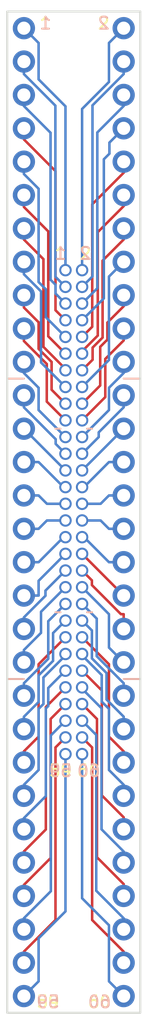
<source format=kicad_pcb>
(kicad_pcb (version 20171130) (host pcbnew "(5.1.6)-1")

  (general
    (thickness 1.6)
    (drawings 53)
    (tracks 293)
    (zones 0)
    (modules 4)
    (nets 61)
  )

  (page A4)
  (layers
    (0 F.Cu signal)
    (31 B.Cu signal)
    (32 B.Adhes user)
    (33 F.Adhes user)
    (34 B.Paste user)
    (35 F.Paste user)
    (36 B.SilkS user)
    (37 F.SilkS user)
    (38 B.Mask user)
    (39 F.Mask user)
    (40 Dwgs.User user hide)
    (41 Cmts.User user hide)
    (42 Eco1.User user)
    (43 Eco2.User user)
    (44 Edge.Cuts user)
    (45 Margin user)
    (46 B.CrtYd user)
    (47 F.CrtYd user hide)
    (48 B.Fab user)
    (49 F.Fab user hide)
  )

  (setup
    (last_trace_width 0.1905)
    (trace_clearance 0.1778)
    (zone_clearance 0.1524)
    (zone_45_only no)
    (trace_min 0.152654)
    (via_size 1)
    (via_drill 0.5)
    (via_min_size 0.4)
    (via_min_drill 0.3)
    (uvia_size 0.3)
    (uvia_drill 0.1)
    (uvias_allowed no)
    (uvia_min_size 0.2)
    (uvia_min_drill 0.1)
    (edge_width 0.15)
    (segment_width 0.15)
    (pcb_text_width 0.3)
    (pcb_text_size 1.5 1.5)
    (mod_edge_width 0.15)
    (mod_text_size 1 1)
    (mod_text_width 0.15)
    (pad_size 1.7 1.7)
    (pad_drill 1)
    (pad_to_mask_clearance 0.2)
    (aux_axis_origin 0 0)
    (grid_origin 50 150)
    (visible_elements 7FFFFF7F)
    (pcbplotparams
      (layerselection 0x010f0_ffffffff)
      (usegerberextensions true)
      (usegerberattributes false)
      (usegerberadvancedattributes false)
      (creategerberjobfile false)
      (excludeedgelayer true)
      (linewidth 0.100000)
      (plotframeref false)
      (viasonmask false)
      (mode 1)
      (useauxorigin false)
      (hpglpennumber 1)
      (hpglpenspeed 20)
      (hpglpendiameter 15.000000)
      (psnegative false)
      (psa4output false)
      (plotreference true)
      (plotvalue true)
      (plotinvisibletext false)
      (padsonsilk false)
      (subtractmaskfromsilk true)
      (outputformat 1)
      (mirror false)
      (drillshape 0)
      (scaleselection 1)
      (outputdirectory "gerber/"))
  )

  (net 0 "")
  (net 1 /1)
  (net 2 /2)
  (net 3 /3)
  (net 4 /4)
  (net 5 /5)
  (net 6 /6)
  (net 7 /7)
  (net 8 /8)
  (net 9 /9)
  (net 10 /10)
  (net 11 /11)
  (net 12 /12)
  (net 13 /13)
  (net 14 /14)
  (net 15 /15)
  (net 16 /16)
  (net 17 /17)
  (net 18 /18)
  (net 19 /19)
  (net 20 /20)
  (net 21 /21)
  (net 22 /22)
  (net 23 /23)
  (net 24 /24)
  (net 25 /25)
  (net 26 /26)
  (net 27 /27)
  (net 28 /28)
  (net 29 /29)
  (net 30 /30)
  (net 31 /31)
  (net 32 /32)
  (net 33 /33)
  (net 34 /34)
  (net 35 /35)
  (net 36 /36)
  (net 37 /37)
  (net 38 /38)
  (net 39 /39)
  (net 40 /40)
  (net 41 /41)
  (net 42 /42)
  (net 43 /43)
  (net 44 /44)
  (net 45 /45)
  (net 46 /46)
  (net 47 /47)
  (net 48 /48)
  (net 49 /49)
  (net 50 /50)
  (net 51 /51)
  (net 52 /52)
  (net 53 /53)
  (net 54 /54)
  (net 55 /55)
  (net 56 /56)
  (net 57 /57)
  (net 58 /58)
  (net 59 /59)
  (net 60 /60)

  (net_class Default "これはデフォルトのネット クラスです。"
    (clearance 0.1778)
    (trace_width 0.1905)
    (via_dia 1)
    (via_drill 0.5)
    (uvia_dia 0.3)
    (uvia_drill 0.1)
    (add_net /1)
    (add_net /10)
    (add_net /11)
    (add_net /12)
    (add_net /13)
    (add_net /14)
    (add_net /15)
    (add_net /16)
    (add_net /17)
    (add_net /18)
    (add_net /19)
    (add_net /2)
    (add_net /20)
    (add_net /21)
    (add_net /22)
    (add_net /23)
    (add_net /24)
    (add_net /25)
    (add_net /26)
    (add_net /27)
    (add_net /28)
    (add_net /29)
    (add_net /3)
    (add_net /30)
    (add_net /31)
    (add_net /32)
    (add_net /33)
    (add_net /34)
    (add_net /35)
    (add_net /36)
    (add_net /37)
    (add_net /38)
    (add_net /39)
    (add_net /4)
    (add_net /40)
    (add_net /41)
    (add_net /42)
    (add_net /43)
    (add_net /44)
    (add_net /45)
    (add_net /46)
    (add_net /47)
    (add_net /48)
    (add_net /49)
    (add_net /5)
    (add_net /50)
    (add_net /51)
    (add_net /52)
    (add_net /53)
    (add_net /54)
    (add_net /55)
    (add_net /56)
    (add_net /57)
    (add_net /58)
    (add_net /59)
    (add_net /6)
    (add_net /60)
    (add_net /7)
    (add_net /8)
    (add_net /9)
  )

  (module MountingHole:MountingHole_3.2mm_M3 (layer F.Cu) (tedit 5F328193) (tstamp 5F2C0D95)
    (at 50 114.5)
    (descr "Mounting Hole 3.2mm, no annular, M3")
    (tags "mounting hole 3.2mm no annular m3")
    (path /5F2CEB81)
    (attr virtual)
    (fp_text reference H1 (at 0 -4.2) (layer F.SilkS) hide
      (effects (font (size 1 1) (thickness 0.15)))
    )
    (fp_text value MountingHole (at 0 4.2) (layer F.Fab) hide
      (effects (font (size 1 1) (thickness 0.15)))
    )
    (fp_circle (center 0 0) (end 3.45 0) (layer F.CrtYd) (width 0.05))
    (fp_circle (center 0 0) (end 3.2 0) (layer Cmts.User) (width 0.15))
    (fp_text user %R (at 0.3 0) (layer F.Fab)
      (effects (font (size 1 1) (thickness 0.15)))
    )
    (pad "" np_thru_hole circle (at 0 0.5) (size 3.2 3.2) (drill 3.2) (layers *.Cu *.Mask))
  )

  (module MountingHole:MountingHole_3.2mm_M3 (layer F.Cu) (tedit 5F3281A7) (tstamp 5F2C0D9D)
    (at 50 185.5)
    (descr "Mounting Hole 3.2mm, no annular, M3")
    (tags "mounting hole 3.2mm no annular m3")
    (path /5F2CF0EA)
    (attr virtual)
    (fp_text reference H2 (at 0 -4.2) (layer F.SilkS) hide
      (effects (font (size 1 1) (thickness 0.15)))
    )
    (fp_text value MountingHole (at 0 4.2) (layer F.Fab) hide
      (effects (font (size 1 1) (thickness 0.15)))
    )
    (fp_circle (center 0 0) (end 3.2 0) (layer Cmts.User) (width 0.15))
    (fp_circle (center 0 0) (end 3.45 0) (layer F.CrtYd) (width 0.05))
    (fp_text user %R (at 0.3 0) (layer F.Fab)
      (effects (font (size 1 1) (thickness 0.15)))
    )
    (pad "" np_thru_hole circle (at 0 -0.5) (size 3.2 3.2) (drill 3.2) (layers *.Cu *.Mask))
  )

  (module user:USER_DIL30X2_300milWidth_NoSilk (layer F.Cu) (tedit 5F328415) (tstamp 5F2C0DEF)
    (at 50 150)
    (path /5F2CE3C1)
    (fp_text reference J2 (at 0 -39.16) (layer F.SilkS) hide
      (effects (font (size 1 1) (thickness 0.15)))
    )
    (fp_text value 2.54_2x30P (at 0 39.16) (layer F.Fab) hide
      (effects (font (size 1 1) (thickness 0.15)))
    )
    (fp_line (start -3.81 -38.1) (end 5.04 -38.1) (layer F.Fab) (width 0.1))
    (fp_line (start 5.04 -38.1) (end 5.04 38.1) (layer F.Fab) (width 0.1))
    (fp_line (start 5.04 38.1) (end -5.08 38.1) (layer F.Fab) (width 0.1))
    (fp_line (start -5.08 38.1) (end -5.08 -36.83) (layer F.Fab) (width 0.1))
    (fp_line (start -5.08 -36.83) (end -3.81 -38.1) (layer F.Fab) (width 0.1))
    (fp_line (start -5.14 38.16) (end 5.14 38.16) (layer Dwgs.User) (width 0.12))
    (fp_line (start -5.14 -35.56) (end -5.14 38.16) (layer Dwgs.User) (width 0.12))
    (fp_line (start 5.14 -38.16) (end 5.14 38.16) (layer Dwgs.User) (width 0.12))
    (fp_line (start -5.14 -35.56) (end -2.54 -35.56) (layer Dwgs.User) (width 0.12))
    (fp_line (start -2.54 -35.56) (end -2.54 -38.16) (layer Dwgs.User) (width 0.12))
    (fp_line (start -2.54 -38.16) (end 5.14 -38.16) (layer Dwgs.User) (width 0.12))
    (fp_line (start -5.14 -36.83) (end -5.14 -38.16) (layer Dwgs.User) (width 0.12))
    (fp_line (start -5.14 -38.16) (end -3.81 -38.16) (layer Dwgs.User) (width 0.12))
    (fp_line (start -5.61 -38.63) (end -5.61 38.62) (layer F.CrtYd) (width 0.05))
    (fp_line (start -5.61 38.62) (end 5.58 38.62) (layer F.CrtYd) (width 0.05))
    (fp_line (start 5.58 38.62) (end 5.58 -38.63) (layer F.CrtYd) (width 0.05))
    (fp_line (start 5.58 -38.63) (end -5.61 -38.63) (layer F.CrtYd) (width 0.05))
    (fp_text user %R (at 0 0 90) (layer F.Fab)
      (effects (font (size 1 1) (thickness 0.15)))
    )
    (pad 1 thru_hole circle (at -3.81 -36.83) (size 1.7 1.7) (drill 1) (layers *.Cu *.Mask)
      (net 1 /1))
    (pad 2 thru_hole circle (at 3.81 -36.83) (size 1.7 1.7) (drill 1) (layers *.Cu *.Mask)
      (net 2 /2))
    (pad 3 thru_hole oval (at -3.81 -34.29) (size 1.7 1.7) (drill 1) (layers *.Cu *.Mask)
      (net 3 /3))
    (pad 4 thru_hole oval (at 3.81 -34.29) (size 1.7 1.7) (drill 1) (layers *.Cu *.Mask)
      (net 4 /4))
    (pad 5 thru_hole oval (at -3.81 -31.75) (size 1.7 1.7) (drill 1) (layers *.Cu *.Mask)
      (net 5 /5))
    (pad 6 thru_hole oval (at 3.81 -31.75) (size 1.7 1.7) (drill 1) (layers *.Cu *.Mask)
      (net 6 /6))
    (pad 7 thru_hole oval (at -3.81 -29.21) (size 1.7 1.7) (drill 1) (layers *.Cu *.Mask)
      (net 7 /7))
    (pad 8 thru_hole oval (at 3.81 -29.21) (size 1.7 1.7) (drill 1) (layers *.Cu *.Mask)
      (net 8 /8))
    (pad 9 thru_hole oval (at -3.81 -26.67) (size 1.7 1.7) (drill 1) (layers *.Cu *.Mask)
      (net 9 /9))
    (pad 10 thru_hole oval (at 3.81 -26.67) (size 1.7 1.7) (drill 1) (layers *.Cu *.Mask)
      (net 10 /10))
    (pad 11 thru_hole oval (at -3.81 -24.13) (size 1.7 1.7) (drill 1) (layers *.Cu *.Mask)
      (net 11 /11))
    (pad 12 thru_hole oval (at 3.81 -24.13) (size 1.7 1.7) (drill 1) (layers *.Cu *.Mask)
      (net 12 /12))
    (pad 13 thru_hole oval (at -3.81 -21.59) (size 1.7 1.7) (drill 1) (layers *.Cu *.Mask)
      (net 13 /13))
    (pad 14 thru_hole oval (at 3.81 -21.59) (size 1.7 1.7) (drill 1) (layers *.Cu *.Mask)
      (net 14 /14))
    (pad 15 thru_hole oval (at -3.81 -19.05) (size 1.7 1.7) (drill 1) (layers *.Cu *.Mask)
      (net 15 /15))
    (pad 16 thru_hole oval (at 3.81 -19.05) (size 1.7 1.7) (drill 1) (layers *.Cu *.Mask)
      (net 16 /16))
    (pad 17 thru_hole oval (at -3.81 -16.51) (size 1.7 1.7) (drill 1) (layers *.Cu *.Mask)
      (net 17 /17))
    (pad 18 thru_hole oval (at 3.81 -16.51) (size 1.7 1.7) (drill 1) (layers *.Cu *.Mask)
      (net 18 /18))
    (pad 19 thru_hole oval (at -3.81 -13.97) (size 1.7 1.7) (drill 1) (layers *.Cu *.Mask)
      (net 19 /19))
    (pad 20 thru_hole oval (at 3.81 -13.97) (size 1.7 1.7) (drill 1) (layers *.Cu *.Mask)
      (net 20 /20))
    (pad 21 thru_hole oval (at -3.81 -11.43) (size 1.7 1.7) (drill 1) (layers *.Cu *.Mask)
      (net 21 /21))
    (pad 22 thru_hole oval (at 3.81 -11.43) (size 1.7 1.7) (drill 1) (layers *.Cu *.Mask)
      (net 22 /22))
    (pad 23 thru_hole oval (at -3.81 -8.89) (size 1.7 1.7) (drill 1) (layers *.Cu *.Mask)
      (net 23 /23))
    (pad 24 thru_hole oval (at 3.81 -8.89) (size 1.7 1.7) (drill 1) (layers *.Cu *.Mask)
      (net 24 /24))
    (pad 25 thru_hole oval (at -3.81 -6.35) (size 1.7 1.7) (drill 1) (layers *.Cu *.Mask)
      (net 25 /25))
    (pad 26 thru_hole oval (at 3.81 -6.35) (size 1.7 1.7) (drill 1) (layers *.Cu *.Mask)
      (net 26 /26))
    (pad 27 thru_hole oval (at -3.81 -3.81) (size 1.7 1.7) (drill 1) (layers *.Cu *.Mask)
      (net 27 /27))
    (pad 28 thru_hole oval (at 3.81 -3.81) (size 1.7 1.7) (drill 1) (layers *.Cu *.Mask)
      (net 28 /28))
    (pad 29 thru_hole oval (at -3.81 -1.27) (size 1.7 1.7) (drill 1) (layers *.Cu *.Mask)
      (net 29 /29))
    (pad 30 thru_hole oval (at 3.81 -1.27) (size 1.7 1.7) (drill 1) (layers *.Cu *.Mask)
      (net 30 /30))
    (pad 31 thru_hole oval (at -3.81 1.27) (size 1.7 1.7) (drill 1) (layers *.Cu *.Mask)
      (net 31 /31))
    (pad 32 thru_hole oval (at 3.81 1.27) (size 1.7 1.7) (drill 1) (layers *.Cu *.Mask)
      (net 32 /32))
    (pad 33 thru_hole oval (at -3.81 3.81) (size 1.7 1.7) (drill 1) (layers *.Cu *.Mask)
      (net 33 /33))
    (pad 34 thru_hole oval (at 3.81 3.81) (size 1.7 1.7) (drill 1) (layers *.Cu *.Mask)
      (net 34 /34))
    (pad 35 thru_hole oval (at -3.81 6.35) (size 1.7 1.7) (drill 1) (layers *.Cu *.Mask)
      (net 35 /35))
    (pad 36 thru_hole oval (at 3.81 6.35) (size 1.7 1.7) (drill 1) (layers *.Cu *.Mask)
      (net 36 /36))
    (pad 37 thru_hole oval (at -3.81 8.89) (size 1.7 1.7) (drill 1) (layers *.Cu *.Mask)
      (net 37 /37))
    (pad 38 thru_hole oval (at 3.81 8.89) (size 1.7 1.7) (drill 1) (layers *.Cu *.Mask)
      (net 38 /38))
    (pad 39 thru_hole oval (at -3.81 11.43) (size 1.7 1.7) (drill 1) (layers *.Cu *.Mask)
      (net 39 /39))
    (pad 40 thru_hole oval (at 3.81 11.43) (size 1.7 1.7) (drill 1) (layers *.Cu *.Mask)
      (net 40 /40))
    (pad 41 thru_hole oval (at -3.81 13.97) (size 1.7 1.7) (drill 1) (layers *.Cu *.Mask)
      (net 41 /41))
    (pad 42 thru_hole oval (at 3.81 13.97) (size 1.7 1.7) (drill 1) (layers *.Cu *.Mask)
      (net 42 /42))
    (pad 43 thru_hole oval (at -3.81 16.51) (size 1.7 1.7) (drill 1) (layers *.Cu *.Mask)
      (net 43 /43))
    (pad 44 thru_hole oval (at 3.81 16.51) (size 1.7 1.7) (drill 1) (layers *.Cu *.Mask)
      (net 44 /44))
    (pad 45 thru_hole oval (at -3.81 19.05) (size 1.7 1.7) (drill 1) (layers *.Cu *.Mask)
      (net 45 /45))
    (pad 46 thru_hole oval (at 3.81 19.05) (size 1.7 1.7) (drill 1) (layers *.Cu *.Mask)
      (net 46 /46))
    (pad 47 thru_hole oval (at -3.81 21.59) (size 1.7 1.7) (drill 1) (layers *.Cu *.Mask)
      (net 47 /47))
    (pad 48 thru_hole oval (at 3.81 21.59) (size 1.7 1.7) (drill 1) (layers *.Cu *.Mask)
      (net 48 /48))
    (pad 49 thru_hole oval (at -3.81 24.13) (size 1.7 1.7) (drill 1) (layers *.Cu *.Mask)
      (net 49 /49))
    (pad 50 thru_hole oval (at 3.81 24.13) (size 1.7 1.7) (drill 1) (layers *.Cu *.Mask)
      (net 50 /50))
    (pad 51 thru_hole oval (at -3.81 26.67) (size 1.7 1.7) (drill 1) (layers *.Cu *.Mask)
      (net 51 /51))
    (pad 52 thru_hole oval (at 3.81 26.67) (size 1.7 1.7) (drill 1) (layers *.Cu *.Mask)
      (net 52 /52))
    (pad 53 thru_hole oval (at -3.81 29.21) (size 1.7 1.7) (drill 1) (layers *.Cu *.Mask)
      (net 53 /53))
    (pad 54 thru_hole oval (at 3.81 29.21) (size 1.7 1.7) (drill 1) (layers *.Cu *.Mask)
      (net 54 /54))
    (pad 55 thru_hole oval (at -3.81 31.75) (size 1.7 1.7) (drill 1) (layers *.Cu *.Mask)
      (net 55 /55))
    (pad 56 thru_hole oval (at 3.81 31.75) (size 1.7 1.7) (drill 1) (layers *.Cu *.Mask)
      (net 56 /56))
    (pad 57 thru_hole oval (at -3.81 34.29) (size 1.7 1.7) (drill 1) (layers *.Cu *.Mask)
      (net 57 /57))
    (pad 58 thru_hole oval (at 3.81 34.29) (size 1.7 1.7) (drill 1) (layers *.Cu *.Mask)
      (net 58 /58))
    (pad 59 thru_hole oval (at -3.81 36.83) (size 1.7 1.7) (drill 1) (layers *.Cu *.Mask)
      (net 59 /59))
    (pad 60 thru_hole oval (at 3.81 36.83) (size 1.7 1.7) (drill 1) (layers *.Cu *.Mask)
      (net 60 /60))
  )

  (module user:USER_DILhalf_30X2_NoSilk (layer F.Cu) (tedit 5F2B6671) (tstamp 5F2C1140)
    (at 50 150)
    (path /5C2842FE)
    (fp_text reference J1 (at 0 -19.685) (layer F.SilkS) hide
      (effects (font (size 1.016 1.016) (thickness 0.1778)))
    )
    (fp_text value 1.27_2x30P (at 0 19.685) (layer Dwgs.User) hide
      (effects (font (size 0.9144 0.9144) (thickness 0.1524)))
    )
    (fp_line (start 1.27 -19.05) (end 1.27 19.05) (layer Dwgs.User) (width 0.1))
    (fp_line (start 1.27 19.05) (end -1.27 19.05) (layer Dwgs.User) (width 0.1))
    (fp_line (start -1.27 19.05) (end -1.27 -19.05) (layer Dwgs.User) (width 0.1))
    (fp_line (start -1.27 -19.05) (end 1.27 -19.05) (layer Dwgs.User) (width 0.1))
    (fp_line (start -2.5 22.15) (end 2.5 22.15) (layer Dwgs.User) (width 0.15))
    (fp_line (start -2.5 -22.15) (end -2.5 22.15) (layer Dwgs.User) (width 0.15))
    (fp_line (start 2.5 -22.15) (end -2.5 -22.15) (layer Dwgs.User) (width 0.15))
    (fp_line (start 2.5 22.15) (end 2.5 -22.15) (layer Dwgs.User) (width 0.15))
    (pad 60 thru_hole circle (at 0.635 18.415) (size 0.95 0.95) (drill 0.65) (layers *.Cu *.Mask)
      (net 60 /60))
    (pad 59 thru_hole circle (at -0.635 18.415) (size 0.95 0.95) (drill 0.65) (layers *.Cu *.Mask)
      (net 59 /59))
    (pad 58 thru_hole circle (at 0.635 17.145) (size 0.95 0.95) (drill 0.65) (layers *.Cu *.Mask)
      (net 58 /58))
    (pad 57 thru_hole circle (at -0.635 17.145) (size 0.95 0.95) (drill 0.65) (layers *.Cu *.Mask)
      (net 57 /57))
    (pad 56 thru_hole circle (at 0.635 15.875) (size 0.95 0.95) (drill 0.65) (layers *.Cu *.Mask)
      (net 56 /56))
    (pad 55 thru_hole circle (at -0.635 15.875) (size 0.95 0.95) (drill 0.65) (layers *.Cu *.Mask)
      (net 55 /55))
    (pad 54 thru_hole circle (at 0.635 14.605) (size 0.95 0.95) (drill 0.65) (layers *.Cu *.Mask)
      (net 54 /54))
    (pad 53 thru_hole circle (at -0.635 14.605) (size 0.95 0.95) (drill 0.65) (layers *.Cu *.Mask)
      (net 53 /53))
    (pad 52 thru_hole circle (at 0.635 13.335) (size 0.95 0.95) (drill 0.65) (layers *.Cu *.Mask)
      (net 52 /52))
    (pad 51 thru_hole circle (at -0.635 13.335) (size 0.95 0.95) (drill 0.65) (layers *.Cu *.Mask)
      (net 51 /51))
    (pad 50 thru_hole circle (at 0.635 12.065) (size 0.95 0.95) (drill 0.65) (layers *.Cu *.Mask)
      (net 50 /50))
    (pad 49 thru_hole circle (at -0.635 12.065) (size 0.95 0.95) (drill 0.65) (layers *.Cu *.Mask)
      (net 49 /49))
    (pad 48 thru_hole circle (at 0.635 10.795) (size 0.95 0.95) (drill 0.65) (layers *.Cu *.Mask)
      (net 48 /48))
    (pad 47 thru_hole circle (at -0.635 10.795) (size 0.95 0.95) (drill 0.65) (layers *.Cu *.Mask)
      (net 47 /47))
    (pad 46 thru_hole circle (at 0.635 9.525) (size 0.95 0.95) (drill 0.65) (layers *.Cu *.Mask)
      (net 46 /46))
    (pad 45 thru_hole circle (at -0.635 9.525) (size 0.95 0.95) (drill 0.65) (layers *.Cu *.Mask)
      (net 45 /45))
    (pad 44 thru_hole circle (at 0.635 8.255) (size 0.95 0.95) (drill 0.65) (layers *.Cu *.Mask)
      (net 44 /44))
    (pad 43 thru_hole circle (at -0.635 8.255) (size 0.95 0.95) (drill 0.65) (layers *.Cu *.Mask)
      (net 43 /43))
    (pad 42 thru_hole circle (at 0.635 6.985) (size 0.95 0.95) (drill 0.65) (layers *.Cu *.Mask)
      (net 42 /42))
    (pad 41 thru_hole circle (at -0.635 6.985) (size 0.95 0.95) (drill 0.65) (layers *.Cu *.Mask)
      (net 41 /41))
    (pad 40 thru_hole circle (at 0.635 5.715) (size 0.95 0.95) (drill 0.65) (layers *.Cu *.Mask)
      (net 40 /40))
    (pad 39 thru_hole circle (at -0.635 5.715) (size 0.95 0.95) (drill 0.65) (layers *.Cu *.Mask)
      (net 39 /39))
    (pad 38 thru_hole circle (at 0.635 4.445) (size 0.95 0.95) (drill 0.65) (layers *.Cu *.Mask)
      (net 38 /38))
    (pad 37 thru_hole circle (at -0.635 4.445) (size 0.95 0.95) (drill 0.65) (layers *.Cu *.Mask)
      (net 37 /37))
    (pad 36 thru_hole circle (at 0.635 3.175) (size 0.95 0.95) (drill 0.65) (layers *.Cu *.Mask)
      (net 36 /36))
    (pad 35 thru_hole circle (at -0.635 3.175) (size 0.95 0.95) (drill 0.65) (layers *.Cu *.Mask)
      (net 35 /35))
    (pad 34 thru_hole circle (at 0.635 1.905) (size 0.95 0.95) (drill 0.65) (layers *.Cu *.Mask)
      (net 34 /34))
    (pad 33 thru_hole circle (at -0.635 1.905) (size 0.95 0.95) (drill 0.65) (layers *.Cu *.Mask)
      (net 33 /33))
    (pad 32 thru_hole circle (at 0.635 0.635) (size 0.95 0.95) (drill 0.65) (layers *.Cu *.Mask)
      (net 32 /32))
    (pad 31 thru_hole circle (at -0.635 0.635) (size 0.95 0.95) (drill 0.65) (layers *.Cu *.Mask)
      (net 31 /31))
    (pad 30 thru_hole circle (at 0.635 -0.635) (size 0.95 0.95) (drill 0.65) (layers *.Cu *.Mask)
      (net 30 /30))
    (pad 29 thru_hole circle (at -0.635 -0.635) (size 0.95 0.95) (drill 0.65) (layers *.Cu *.Mask)
      (net 29 /29))
    (pad 28 thru_hole circle (at 0.635 -1.905) (size 0.95 0.95) (drill 0.65) (layers *.Cu *.Mask)
      (net 28 /28))
    (pad 27 thru_hole circle (at -0.635 -1.905) (size 0.95 0.95) (drill 0.65) (layers *.Cu *.Mask)
      (net 27 /27))
    (pad 26 thru_hole circle (at 0.635 -3.175) (size 0.95 0.95) (drill 0.65) (layers *.Cu *.Mask)
      (net 26 /26))
    (pad 25 thru_hole circle (at -0.635 -3.175) (size 0.95 0.95) (drill 0.65) (layers *.Cu *.Mask)
      (net 25 /25))
    (pad 24 thru_hole circle (at 0.635 -4.445) (size 0.95 0.95) (drill 0.65) (layers *.Cu *.Mask)
      (net 24 /24))
    (pad 23 thru_hole circle (at -0.635 -4.445) (size 0.95 0.95) (drill 0.65) (layers *.Cu *.Mask)
      (net 23 /23))
    (pad 22 thru_hole circle (at 0.635 -5.715) (size 0.95 0.95) (drill 0.65) (layers *.Cu *.Mask)
      (net 22 /22))
    (pad 21 thru_hole circle (at -0.635 -5.715) (size 0.95 0.95) (drill 0.65) (layers *.Cu *.Mask)
      (net 21 /21))
    (pad 20 thru_hole circle (at 0.635 -6.985) (size 0.95 0.95) (drill 0.65) (layers *.Cu *.Mask)
      (net 20 /20))
    (pad 19 thru_hole circle (at -0.635 -6.985) (size 0.95 0.95) (drill 0.65) (layers *.Cu *.Mask)
      (net 19 /19))
    (pad 18 thru_hole circle (at 0.635 -8.255) (size 0.95 0.95) (drill 0.65) (layers *.Cu *.Mask)
      (net 18 /18))
    (pad 17 thru_hole circle (at -0.635 -8.255) (size 0.95 0.95) (drill 0.65) (layers *.Cu *.Mask)
      (net 17 /17))
    (pad 16 thru_hole circle (at 0.635 -9.525) (size 0.95 0.95) (drill 0.65) (layers *.Cu *.Mask)
      (net 16 /16))
    (pad 15 thru_hole circle (at -0.635 -9.525) (size 0.95 0.95) (drill 0.65) (layers *.Cu *.Mask)
      (net 15 /15))
    (pad 14 thru_hole circle (at 0.635 -10.795) (size 0.95 0.95) (drill 0.65) (layers *.Cu *.Mask)
      (net 14 /14))
    (pad 13 thru_hole circle (at -0.635 -10.795) (size 0.95 0.95) (drill 0.65) (layers *.Cu *.Mask)
      (net 13 /13))
    (pad 12 thru_hole circle (at 0.635 -12.065) (size 0.95 0.95) (drill 0.65) (layers *.Cu *.Mask)
      (net 12 /12))
    (pad 10 thru_hole circle (at 0.635 -13.335) (size 0.95 0.95) (drill 0.65) (layers *.Cu *.Mask)
      (net 10 /10))
    (pad 11 thru_hole circle (at -0.635 -12.065) (size 0.95 0.95) (drill 0.65) (layers *.Cu *.Mask)
      (net 11 /11))
    (pad 9 thru_hole circle (at -0.635 -13.335) (size 0.95 0.95) (drill 0.65) (layers *.Cu *.Mask)
      (net 9 /9))
    (pad 8 thru_hole circle (at 0.635 -14.605) (size 0.95 0.95) (drill 0.65) (layers *.Cu *.Mask)
      (net 8 /8))
    (pad 7 thru_hole circle (at -0.635 -14.605) (size 0.95 0.95) (drill 0.65) (layers *.Cu *.Mask)
      (net 7 /7))
    (pad 6 thru_hole circle (at 0.635 -15.875) (size 0.95 0.95) (drill 0.65) (layers *.Cu *.Mask)
      (net 6 /6))
    (pad 5 thru_hole circle (at -0.635 -15.875) (size 0.95 0.95) (drill 0.65) (layers *.Cu *.Mask)
      (net 5 /5))
    (pad 4 thru_hole circle (at 0.635 -17.145) (size 0.95 0.95) (drill 0.65) (layers *.Cu *.Mask)
      (net 4 /4))
    (pad 3 thru_hole circle (at -0.635 -17.145) (size 0.95 0.95) (drill 0.65) (layers *.Cu *.Mask)
      (net 3 /3))
    (pad 2 thru_hole circle (at 0.635 -18.415) (size 0.95 0.95) (drill 0.65) (layers *.Cu *.Mask)
      (net 2 /2))
    (pad 1 thru_hole circle (at -0.635 -18.415) (size 0.95 0.95) (drill 0.65) (layers *.Cu *.Mask)
      (net 1 /1))
  )

  (gr_line (start 51.016 157.62) (end 51.397 157.62) (layer B.SilkS) (width 0.15))
  (gr_line (start 48.984 157.62) (end 48.603 157.62) (layer B.SilkS) (width 0.15))
  (gr_line (start 48.984 143.65) (end 48.603 143.65) (layer B.SilkS) (width 0.15))
  (gr_line (start 51.016 143.65) (end 51.397 143.65) (layer B.SilkS) (width 0.15))
  (gr_line (start 46.19 139.84) (end 44.92 139.84) (layer B.SilkS) (width 0.15))
  (gr_line (start 53.81 139.84) (end 55.08 139.84) (layer B.SilkS) (width 0.15))
  (gr_line (start 46.19 162.7) (end 44.92 162.7) (layer B.SilkS) (width 0.15))
  (gr_line (start 53.81 162.7) (end 55.08 162.7) (layer B.SilkS) (width 0.15))
  (gr_text 59 (at 48.0315 187.2745) (layer B.SilkS) (tstamp 5F2C2A5C)
    (effects (font (size 0.9144 0.9144) (thickness 0.1524)) (justify mirror))
  )
  (gr_text 60 (at 51.9685 187.2745) (layer B.SilkS) (tstamp 5F2C25C1)
    (effects (font (size 0.9144 0.9144) (thickness 0.1524)) (justify mirror))
  )
  (gr_text 59 (at 48.984 169.685) (layer B.SilkS) (tstamp 5F2C25C1)
    (effects (font (size 0.9144 0.9144) (thickness 0.1524)) (justify mirror))
  )
  (gr_text 60 (at 51.143 169.685) (layer B.SilkS) (tstamp 5F2C2525)
    (effects (font (size 0.9144 0.9144) (thickness 0.1524)) (justify mirror))
  )
  (gr_text 1 (at 48.984 130.315) (layer B.SilkS) (tstamp 5F2C2485)
    (effects (font (size 0.9144 0.9144) (thickness 0.1524)) (justify mirror))
  )
  (gr_text 2 (at 50.889 130.315) (layer B.SilkS) (tstamp 5F2C23E9)
    (effects (font (size 0.9144 0.9144) (thickness 0.1524)) (justify mirror))
  )
  (gr_text 1 (at 47.841 112.789) (layer B.SilkS) (tstamp 5F2C234D)
    (effects (font (size 0.9144 0.9144) (thickness 0.1524)) (justify mirror))
  )
  (gr_text 2 (at 52.286 112.789) (layer B.SilkS) (tstamp 5F2C22F1)
    (effects (font (size 0.9144 0.9144) (thickness 0.1524)) (justify mirror))
  )
  (gr_line (start 48.984 143.65) (end 48.603 143.65) (layer F.SilkS) (width 0.15))
  (gr_line (start 51.016 143.65) (end 51.397 143.65) (layer F.SilkS) (width 0.15))
  (gr_line (start 48.984 157.62) (end 48.603 157.62) (layer F.SilkS) (width 0.15))
  (gr_line (start 51.016 157.62) (end 51.397 157.62) (layer F.SilkS) (width 0.15))
  (gr_line (start 53.81 162.7) (end 55.08 162.7) (layer F.SilkS) (width 0.15))
  (gr_line (start 44.92 162.7) (end 46.19 162.7) (layer F.SilkS) (width 0.15))
  (gr_line (start 53.81 139.84) (end 55.08 139.84) (layer F.SilkS) (width 0.15))
  (gr_line (start 44.92 139.84) (end 46.19 139.84) (layer F.SilkS) (width 0.15))
  (gr_text 60 (at 51.143 169.685) (layer F.SilkS) (tstamp 5F2C187E)
    (effects (font (size 0.9144 0.9144) (thickness 0.1524)))
  )
  (gr_text 59 (at 48.984 169.685) (layer F.SilkS) (tstamp 5F2C187A)
    (effects (font (size 0.9144 0.9144) (thickness 0.1524)))
  )
  (gr_text 2 (at 50.889 130.315) (layer F.SilkS) (tstamp 5F2C1875)
    (effects (font (size 0.9144 0.9144) (thickness 0.1524)))
  )
  (gr_text 1 (at 48.984 130.315) (layer F.SilkS) (tstamp 5F2C1872)
    (effects (font (size 0.9144 0.9144) (thickness 0.1524)))
  )
  (gr_text 59 (at 48.0315 187.2745) (layer F.SilkS) (tstamp 5F2C1869)
    (effects (font (size 0.9144 0.9144) (thickness 0.1524)))
  )
  (gr_text 2 (at 52.286 112.789) (layer F.SilkS) (tstamp 5F2C1862)
    (effects (font (size 0.9144 0.9144) (thickness 0.1524)))
  )
  (gr_line (start 44.92 188.1) (end 44.92 111.9) (layer Edge.Cuts) (width 0.15) (tstamp 5F2C1763))
  (gr_line (start 55.08 188.1) (end 44.92 188.1) (layer Edge.Cuts) (width 0.15))
  (gr_line (start 55.08 111.9) (end 55.08 188.1) (layer Edge.Cuts) (width 0.15))
  (gr_line (start 44.92 111.9) (end 55.08 111.9) (layer Edge.Cuts) (width 0.15))
  (gr_line (start 52.49 139) (end 53.02 138.49) (angle 90) (layer F.CrtYd) (width 0.1) (tstamp 5F2B1F60))
  (gr_line (start 52.49 139) (end 53.04 139.53) (angle 90) (layer F.CrtYd) (width 0.1) (tstamp 5F2B1F5A))
  (gr_line (start 52.5 139) (end 54.28 139) (angle 90) (layer F.CrtYd) (width 0.1) (tstamp 5F2B1F63))
  (gr_line (start 50 139.01) (end 49.6 138.61) (angle 90) (layer F.CrtYd) (width 0.1) (tstamp 5F2B1F57))
  (gr_line (start 50.01 139) (end 49.6 139.39) (angle 90) (layer F.CrtYd) (width 0.1) (tstamp 5F2B1F54))
  (gr_line (start 50 139) (end 48.26 139) (angle 90) (layer F.CrtYd) (width 0.1) (tstamp 5F2B1F5D))
  (gr_line (start 50 132.22) (end 50 139) (angle 90) (layer F.CrtYd) (width 0.1))
  (gr_line (start 52.5 132.22) (end 52.5 139) (angle 90) (layer F.CrtYd) (width 0.1))
  (gr_text 1.27 (at 59.64 118.745) (layer F.CrtYd) (tstamp 5F2B1F97)
    (effects (font (size 1.016 1.016) (thickness 0.1778)))
  )
  (gr_line (start 60.01 119.875) (end 60.31 120.205) (angle 90) (layer F.CrtYd) (width 0.1) (tstamp 5F2B1FA9))
  (gr_line (start 60.03 119.895) (end 60.3 119.595) (angle 90) (layer F.CrtYd) (width 0.1) (tstamp 5F2B1FA0))
  (gr_line (start 60.01 119.885) (end 60.9 119.885) (angle 90) (layer F.CrtYd) (width 0.1) (tstamp 5F2B1F9D))
  (gr_line (start 58.73 119.885) (end 58.46 119.605) (angle 90) (layer F.CrtYd) (width 0.1) (tstamp 5F2B1FA6))
  (gr_line (start 58.73 119.885) (end 58.44 120.195) (angle 90) (layer F.CrtYd) (width 0.1) (tstamp 5F2B1F9A))
  (gr_line (start 58.72 119.885) (end 57.73 119.885) (angle 90) (layer F.CrtYd) (width 0.1) (tstamp 5F2B1FA3))
  (gr_line (start 60 123.19) (end 60 119.98) (angle 90) (layer F.CrtYd) (width 0.1))
  (gr_line (start 58.73 123.19) (end 58.73 119.98) (angle 90) (layer F.CrtYd) (width 0.1))
  (gr_text 1 (at 47.841 112.789) (layer F.SilkS) (tstamp 5F2B1EF6)
    (effects (font (size 0.9144 0.9144) (thickness 0.1524)))
  )
  (gr_text 60 (at 51.9685 187.2745) (layer F.SilkS) (tstamp 5C28583E)
    (effects (font (size 0.9144 0.9144) (thickness 0.1524)))
  )

  (segment (start 47.313051 114.293051) (end 47.313051 117.063051) (width 0.1905) (layer B.Cu) (net 1))
  (segment (start 46.19 113.17) (end 47.313051 114.293051) (width 0.1905) (layer B.Cu) (net 1))
  (segment (start 47.313051 117.063051) (end 49.365 119.115) (width 0.1905) (layer B.Cu) (net 1))
  (segment (start 49.365 119.115) (end 49.365 119.365) (width 0.1905) (layer B.Cu) (net 1))
  (segment (start 49.365 119.365) (end 49.365 131.585) (width 0.1906) (layer B.Cu) (net 1))
  (segment (start 52.686949 114.293051) (end 52.686949 117.262513) (width 0.1905) (layer B.Cu) (net 2))
  (segment (start 53.81 113.17) (end 52.686949 114.293051) (width 0.1905) (layer B.Cu) (net 2))
  (segment (start 52.686949 117.262513) (end 50.635 119.314462) (width 0.1905) (layer B.Cu) (net 2))
  (segment (start 50.635 119.314462) (end 50.635 119.385) (width 0.1905) (layer B.Cu) (net 2))
  (segment (start 50.635 131.585) (end 50.635 119.385) (width 0.1906) (layer B.Cu) (net 2))
  (segment (start 48.594 119.0645) (end 48.594 132.084) (width 0.1906) (layer B.Cu) (net 3))
  (segment (start 48.594 132.084) (end 49.365 132.855) (width 0.1906) (layer B.Cu) (net 3))
  (segment (start 46.19 116.6605) (end 46.51475 116.98525) (width 0.1905) (layer B.Cu) (net 3))
  (segment (start 46.19 115.71) (end 46.19 116.6605) (width 0.1905) (layer B.Cu) (net 3))
  (segment (start 46.51475 116.98525) (end 48.594 119.0645) (width 0.1906) (layer B.Cu) (net 3))
  (segment (start 50.635 132.855) (end 51.4281 132.0619) (width 0.1906) (layer B.Cu) (net 4))
  (segment (start 51.4281 132.0619) (end 51.4281 119.0423) (width 0.1906) (layer B.Cu) (net 4))
  (segment (start 53.81 116.6604) (end 53.2352 117.2352) (width 0.1905) (layer B.Cu) (net 4))
  (segment (start 53.81 115.71) (end 53.81 116.6604) (width 0.1905) (layer B.Cu) (net 4))
  (segment (start 51.4281 119.0423) (end 53.2352 117.2352) (width 0.1906) (layer B.Cu) (net 4))
  (segment (start 49.365 134.125) (end 48.6039 133.3639) (width 0.1906) (layer B.Cu) (net 5))
  (segment (start 48.6039 133.3639) (end 48.6039 132.6927) (width 0.1906) (layer B.Cu) (net 5))
  (segment (start 48.6039 132.6927) (end 48.2252 132.314) (width 0.1906) (layer B.Cu) (net 5))
  (segment (start 48.2252 132.314) (end 48.2252 121.1278) (width 0.1906) (layer B.Cu) (net 5))
  (segment (start 46.19 119.0926) (end 46.6737 119.5763) (width 0.1905) (layer B.Cu) (net 5))
  (segment (start 46.19 118.25) (end 46.19 119.0926) (width 0.1905) (layer B.Cu) (net 5))
  (segment (start 48.2252 121.1278) (end 46.6737 119.5763) (width 0.1906) (layer B.Cu) (net 5))
  (segment (start 50.635 134.125) (end 51.7969 132.9631) (width 0.1906) (layer B.Cu) (net 6))
  (segment (start 51.7969 132.9631) (end 51.7969 121.1057) (width 0.1906) (layer B.Cu) (net 6))
  (segment (start 53.81 119.0926) (end 53.3263 119.5763) (width 0.1905) (layer B.Cu) (net 6))
  (segment (start 53.81 118.25) (end 53.81 119.0926) (width 0.1905) (layer B.Cu) (net 6))
  (segment (start 51.7969 121.1057) (end 53.3263 119.5763) (width 0.1906) (layer B.Cu) (net 6))
  (segment (start 49.365 135.395) (end 48.6039 134.6339) (width 0.1906) (layer F.Cu) (net 7))
  (segment (start 48.6039 134.6339) (end 48.6039 124.0465) (width 0.1906) (layer F.Cu) (net 7))
  (segment (start 46.19 121.6326) (end 46.5942 122.0368) (width 0.1905) (layer F.Cu) (net 7))
  (segment (start 46.19 120.79) (end 46.19 121.6326) (width 0.1905) (layer F.Cu) (net 7))
  (segment (start 48.6039 124.0465) (end 46.5942 122.0368) (width 0.1906) (layer F.Cu) (net 7))
  (segment (start 50.635 135.395) (end 52.2957 133.7343) (width 0.1906) (layer B.Cu) (net 8))
  (segment (start 52.2957 133.7343) (end 52.2957 123.1469) (width 0.1906) (layer B.Cu) (net 8))
  (segment (start 52.7213 121.8787) (end 52.7213 122.7213) (width 0.1905) (layer B.Cu) (net 8))
  (segment (start 53.81 120.79) (end 52.7213 121.8787) (width 0.1905) (layer B.Cu) (net 8))
  (segment (start 52.2957 123.1469) (end 52.7213 122.7213) (width 0.1906) (layer B.Cu) (net 8))
  (segment (start 49.365 136.665) (end 47.8665 135.1665) (width 0.1906) (layer B.Cu) (net 9))
  (segment (start 47.8665 135.1665) (end 47.8665 133.0419) (width 0.1906) (layer B.Cu) (net 9))
  (segment (start 47.8665 133.0419) (end 47.3134 132.4888) (width 0.1906) (layer B.Cu) (net 9))
  (segment (start 47.3134 132.4888) (end 47.3134 125.3903) (width 0.1906) (layer B.Cu) (net 9))
  (segment (start 46.19 124.2669) (end 46.71155 124.78845) (width 0.1905) (layer B.Cu) (net 9))
  (segment (start 46.19 123.33) (end 46.19 124.2669) (width 0.1905) (layer B.Cu) (net 9))
  (segment (start 47.3134 125.3903) (end 46.71155 124.78845) (width 0.1906) (layer B.Cu) (net 9))
  (segment (start 50.635 136.665) (end 51.4092 135.8908) (width 0.1906) (layer F.Cu) (net 10))
  (segment (start 51.4092 135.8908) (end 51.4092 126.5734) (width 0.1906) (layer F.Cu) (net 10))
  (segment (start 53.81 124.1726) (end 53.4058 124.5768) (width 0.1905) (layer F.Cu) (net 10))
  (segment (start 53.81 123.33) (end 53.81 124.1726) (width 0.1905) (layer F.Cu) (net 10))
  (segment (start 51.4092 126.5734) (end 53.4058 124.5768) (width 0.1906) (layer F.Cu) (net 10))
  (segment (start 48.0508 128.6361) (end 48.0508 136.6208) (width 0.1906) (layer F.Cu) (net 11))
  (segment (start 48.0508 136.6208) (end 49.365 137.935) (width 0.1906) (layer F.Cu) (net 11))
  (segment (start 46.19 125.87) (end 46.19 126.7753) (width 0.1905) (layer F.Cu) (net 11))
  (segment (start 46.19 126.7753) (end 46.49935 127.08465) (width 0.1905) (layer F.Cu) (net 11))
  (segment (start 46.49935 127.08465) (end 48.0508 128.6361) (width 0.1906) (layer F.Cu) (net 11))
  (segment (start 50.635 137.935) (end 50.635 137.7599) (width 0.1906) (layer F.Cu) (net 12))
  (segment (start 50.635 137.7599) (end 51.8317 136.5632) (width 0.1906) (layer F.Cu) (net 12))
  (segment (start 51.8317 136.5632) (end 51.8317 128.6909) (width 0.1906) (layer F.Cu) (net 12))
  (segment (start 53.81 125.87) (end 53.81 126.7126) (width 0.1905) (layer F.Cu) (net 12))
  (segment (start 53.81 126.7126) (end 53.4058 127.1168) (width 0.1905) (layer F.Cu) (net 12))
  (segment (start 51.8317 128.6909) (end 53.4058 127.1168) (width 0.1906) (layer F.Cu) (net 12))
  (segment (start 46.4708 129.5334) (end 47.6821 130.7447) (width 0.1906) (layer F.Cu) (net 13))
  (segment (start 47.6821 130.7447) (end 47.6821 137.423) (width 0.1906) (layer F.Cu) (net 13))
  (segment (start 47.6821 137.423) (end 49.365 139.1059) (width 0.1906) (layer F.Cu) (net 13))
  (segment (start 49.365 139.1059) (end 49.365 139.205) (width 0.1906) (layer F.Cu) (net 13))
  (segment (start 46.19 129.2526) (end 46.4708 129.5334) (width 0.1905) (layer F.Cu) (net 13))
  (segment (start 46.19 128.41) (end 46.19 129.2526) (width 0.1905) (layer F.Cu) (net 13))
  (segment (start 50.635 139.205) (end 51.4383 138.4017) (width 0.1906) (layer F.Cu) (net 14))
  (segment (start 51.4383 138.4017) (end 51.4383 137.4781) (width 0.1906) (layer F.Cu) (net 14))
  (segment (start 51.4383 137.4781) (end 52.2005 136.7159) (width 0.1906) (layer F.Cu) (net 14))
  (segment (start 52.2005 136.7159) (end 52.2005 130.8621) (width 0.1906) (layer F.Cu) (net 14))
  (segment (start 53.81 129.2526) (end 53.4058 129.6568) (width 0.1905) (layer F.Cu) (net 14))
  (segment (start 53.81 128.41) (end 53.81 129.2526) (width 0.1905) (layer F.Cu) (net 14))
  (segment (start 52.2005 130.8621) (end 53.4058 129.6568) (width 0.1906) (layer F.Cu) (net 14))
  (segment (start 49.365 140.475) (end 47.4978 138.6078) (width 0.1906) (layer B.Cu) (net 15))
  (segment (start 47.4978 138.6078) (end 47.4978 133.2018) (width 0.1906) (layer B.Cu) (net 15))
  (segment (start 46.19 131.894) (end 46.523 132.227) (width 0.1905) (layer B.Cu) (net 15))
  (segment (start 46.19 130.95) (end 46.19 131.894) (width 0.1905) (layer B.Cu) (net 15))
  (segment (start 47.4978 133.2018) (end 46.523 132.227) (width 0.1906) (layer B.Cu) (net 15))
  (segment (start 52.6866 132.9158) (end 52.6866 138.4234) (width 0.1906) (layer B.Cu) (net 16))
  (segment (start 52.6866 138.4234) (end 50.635 140.475) (width 0.1906) (layer B.Cu) (net 16))
  (segment (start 52.6866 132.0734) (end 52.6866 132.9158) (width 0.1905) (layer B.Cu) (net 16))
  (segment (start 53.81 130.95) (end 52.6866 132.0734) (width 0.1905) (layer B.Cu) (net 16))
  (segment (start 46.3763 134.6134) (end 47.3134 135.5505) (width 0.1906) (layer F.Cu) (net 17))
  (segment (start 47.3134 135.5505) (end 47.3134 137.5758) (width 0.1906) (layer F.Cu) (net 17))
  (segment (start 47.3134 137.5758) (end 48.3059 138.5683) (width 0.1906) (layer F.Cu) (net 17))
  (segment (start 48.3059 138.5683) (end 48.3059 140.6859) (width 0.1906) (layer F.Cu) (net 17))
  (segment (start 48.3059 140.6859) (end 49.365 141.745) (width 0.1906) (layer F.Cu) (net 17))
  (segment (start 46.19 134.4271) (end 46.3763 134.6134) (width 0.1905) (layer F.Cu) (net 17))
  (segment (start 46.19 133.49) (end 46.19 134.4271) (width 0.1905) (layer F.Cu) (net 17))
  (segment (start 50.635 141.745) (end 52.019 140.361) (width 0.1906) (layer F.Cu) (net 18))
  (segment (start 52.019 140.361) (end 52.019 137.4189) (width 0.1906) (layer F.Cu) (net 18))
  (segment (start 52.019 137.4189) (end 52.5692 136.8687) (width 0.1906) (layer F.Cu) (net 18))
  (segment (start 52.5692 136.8687) (end 52.5692 135.5732) (width 0.1906) (layer F.Cu) (net 18))
  (segment (start 53.81 133.49) (end 53.81 134.3324) (width 0.1905) (layer F.Cu) (net 18))
  (segment (start 53.81 134.3324) (end 53.4692 134.6732) (width 0.1905) (layer F.Cu) (net 18))
  (segment (start 52.5692 135.5732) (end 53.4692 134.6732) (width 0.1906) (layer F.Cu) (net 18))
  (segment (start 49.365 143.015) (end 47.9371 141.5871) (width 0.1906) (layer F.Cu) (net 19))
  (segment (start 47.9371 141.5871) (end 47.9371 138.7246) (width 0.1906) (layer F.Cu) (net 19))
  (segment (start 46.19 136.9775) (end 46.47825 137.26575) (width 0.1905) (layer F.Cu) (net 19))
  (segment (start 46.19 136.03) (end 46.19 136.9775) (width 0.1905) (layer F.Cu) (net 19))
  (segment (start 47.9371 138.7246) (end 46.47825 137.26575) (width 0.1906) (layer F.Cu) (net 19))
  (segment (start 50.635 143.015) (end 52.4068 141.2432) (width 0.1906) (layer F.Cu) (net 20))
  (segment (start 52.4068 141.2432) (end 52.4068 138.3395) (width 0.1906) (layer F.Cu) (net 20))
  (segment (start 53.81 136.9363) (end 53.50115 137.24515) (width 0.1905) (layer F.Cu) (net 20))
  (segment (start 53.81 136.03) (end 53.81 136.9363) (width 0.1905) (layer F.Cu) (net 20))
  (segment (start 52.4068 138.3395) (end 53.50115 137.24515) (width 0.1906) (layer F.Cu) (net 20))
  (segment (start 49.365 144.285) (end 47.3134 142.2334) (width 0.1906) (layer B.Cu) (net 21))
  (segment (start 47.3134 142.2334) (end 47.3134 140.5358) (width 0.1906) (layer B.Cu) (net 21))
  (segment (start 46.19 139.4124) (end 46.6578 139.8802) (width 0.1905) (layer B.Cu) (net 21))
  (segment (start 46.19 138.57) (end 46.19 139.4124) (width 0.1905) (layer B.Cu) (net 21))
  (segment (start 47.3134 140.5358) (end 46.6578 139.8802) (width 0.1906) (layer B.Cu) (net 21))
  (segment (start 50.635 144.285) (end 52.6866 142.2334) (width 0.1906) (layer B.Cu) (net 22))
  (segment (start 52.6866 142.2334) (end 52.6866 140.5358) (width 0.1906) (layer B.Cu) (net 22))
  (segment (start 53.81 139.4124) (end 53.3612 139.8612) (width 0.1905) (layer B.Cu) (net 22))
  (segment (start 53.81 138.57) (end 53.81 139.4124) (width 0.1905) (layer B.Cu) (net 22))
  (segment (start 52.6866 140.5358) (end 53.3612 139.8612) (width 0.1906) (layer B.Cu) (net 22))
  (segment (start 49.365 145.555) (end 48.6165 144.8065) (width 0.1906) (layer B.Cu) (net 23))
  (segment (start 48.6165 144.8065) (end 48.6165 144.4493) (width 0.1906) (layer B.Cu) (net 23))
  (segment (start 46.19 142.0228) (end 46.5591 142.3919) (width 0.1905) (layer B.Cu) (net 23))
  (segment (start 46.19 141.11) (end 46.19 142.0228) (width 0.1905) (layer B.Cu) (net 23))
  (segment (start 48.6165 144.4493) (end 46.5591 142.3919) (width 0.1906) (layer B.Cu) (net 23))
  (segment (start 50.635 145.555) (end 51.9045 144.2855) (width 0.1906) (layer B.Cu) (net 24))
  (segment (start 51.9045 144.2855) (end 51.9045 143.9283) (width 0.1906) (layer B.Cu) (net 24))
  (segment (start 53.81 142.0228) (end 53.1869 142.6459) (width 0.1905) (layer B.Cu) (net 24))
  (segment (start 53.81 141.11) (end 53.81 142.0228) (width 0.1905) (layer B.Cu) (net 24))
  (segment (start 51.9045 143.9283) (end 53.1869 142.6459) (width 0.1906) (layer B.Cu) (net 24))
  (segment (start 49.365 146.825) (end 46.19 143.65) (width 0.1906) (layer B.Cu) (net 25))
  (segment (start 50.635 146.825) (end 53.81 143.65) (width 0.1906) (layer B.Cu) (net 26))
  (segment (start 46.19 146.19) (end 47.3134 146.19) (width 0.1906) (layer B.Cu) (net 27))
  (segment (start 49.365 148.095) (end 49.2184 148.095) (width 0.1906) (layer B.Cu) (net 27))
  (segment (start 49.2184 148.095) (end 47.3134 146.19) (width 0.1906) (layer B.Cu) (net 27))
  (segment (start 53.81 146.19) (end 52.6866 146.19) (width 0.1906) (layer B.Cu) (net 28))
  (segment (start 50.635 148.095) (end 50.7816 148.095) (width 0.1906) (layer B.Cu) (net 28))
  (segment (start 50.7816 148.095) (end 52.6866 146.19) (width 0.1906) (layer B.Cu) (net 28))
  (segment (start 46.19 148.73) (end 47.3134 148.73) (width 0.1906) (layer B.Cu) (net 29))
  (segment (start 49.365 149.365) (end 47.9484 149.365) (width 0.1906) (layer B.Cu) (net 29))
  (segment (start 47.9484 149.365) (end 47.3134 148.73) (width 0.1906) (layer B.Cu) (net 29))
  (segment (start 53.81 148.73) (end 52.6866 148.73) (width 0.1906) (layer B.Cu) (net 30))
  (segment (start 50.635 149.365) (end 52.0516 149.365) (width 0.1906) (layer B.Cu) (net 30))
  (segment (start 52.0516 149.365) (end 52.6866 148.73) (width 0.1906) (layer B.Cu) (net 30))
  (segment (start 46.19 151.27) (end 47.3134 151.27) (width 0.1906) (layer B.Cu) (net 31))
  (segment (start 49.365 150.635) (end 47.9484 150.635) (width 0.1906) (layer B.Cu) (net 31))
  (segment (start 47.9484 150.635) (end 47.3134 151.27) (width 0.1906) (layer B.Cu) (net 31))
  (segment (start 53.81 151.27) (end 52.6866 151.27) (width 0.1906) (layer B.Cu) (net 32))
  (segment (start 50.635 150.635) (end 52.0516 150.635) (width 0.1906) (layer B.Cu) (net 32))
  (segment (start 52.0516 150.635) (end 52.6866 151.27) (width 0.1906) (layer B.Cu) (net 32))
  (segment (start 46.19 153.81) (end 47.3134 153.81) (width 0.1906) (layer B.Cu) (net 33))
  (segment (start 49.365 151.905) (end 49.2184 151.905) (width 0.1906) (layer B.Cu) (net 33))
  (segment (start 49.2184 151.905) (end 47.3134 153.81) (width 0.1906) (layer B.Cu) (net 33))
  (segment (start 53.81 153.81) (end 52.6866 153.81) (width 0.1906) (layer B.Cu) (net 34))
  (segment (start 50.635 151.905) (end 50.7816 151.905) (width 0.1906) (layer B.Cu) (net 34))
  (segment (start 50.7816 151.905) (end 52.6866 153.81) (width 0.1906) (layer B.Cu) (net 34))
  (segment (start 46.19 156.35) (end 47.3134 156.35) (width 0.1906) (layer B.Cu) (net 35))
  (segment (start 49.365 153.175) (end 47.3134 155.2266) (width 0.1906) (layer B.Cu) (net 35))
  (segment (start 47.3134 155.2266) (end 47.3134 156.35) (width 0.1906) (layer B.Cu) (net 35))
  (segment (start 50.635 153.175) (end 53.81 156.35) (width 0.1906) (layer F.Cu) (net 36))
  (segment (start 49.365 154.445) (end 47.8374 155.9726) (width 0.1906) (layer B.Cu) (net 37))
  (segment (start 47.8374 155.9726) (end 47.8374 156.3643) (width 0.1906) (layer B.Cu) (net 37))
  (segment (start 46.19 158.0117) (end 47.02085 157.18085) (width 0.1905) (layer B.Cu) (net 37))
  (segment (start 46.19 158.89) (end 46.19 158.0117) (width 0.1905) (layer B.Cu) (net 37))
  (segment (start 47.8374 156.3643) (end 47.02085 157.18085) (width 0.1906) (layer B.Cu) (net 37))
  (segment (start 53.81 158.89) (end 53.81 157.7666) (width 0.1906) (layer F.Cu) (net 38))
  (segment (start 50.635 154.445) (end 51.3835 155.1935) (width 0.1906) (layer F.Cu) (net 38))
  (segment (start 51.3835 155.1935) (end 51.3835 155.5507) (width 0.1906) (layer F.Cu) (net 38))
  (segment (start 51.3835 155.5507) (end 53.5994 157.7666) (width 0.1906) (layer F.Cu) (net 38))
  (segment (start 53.5994 157.7666) (end 53.81 157.7666) (width 0.1906) (layer F.Cu) (net 38))
  (segment (start 49.365 155.715) (end 47.4977 157.5823) (width 0.1906) (layer B.Cu) (net 39))
  (segment (start 47.4977 157.5823) (end 47.4977 159.1851) (width 0.1906) (layer B.Cu) (net 39))
  (segment (start 46.19 160.4928) (end 46.5469 160.1359) (width 0.1905) (layer B.Cu) (net 39))
  (segment (start 46.19 161.43) (end 46.19 160.4928) (width 0.1905) (layer B.Cu) (net 39))
  (segment (start 47.4977 159.1851) (end 46.5469 160.1359) (width 0.1906) (layer B.Cu) (net 39))
  (segment (start 50.635 155.715) (end 52.6866 157.7666) (width 0.1906) (layer B.Cu) (net 40))
  (segment (start 52.6866 160.3066) (end 52.6866 159.2514) (width 0.1905) (layer B.Cu) (net 40))
  (segment (start 53.81 161.43) (end 52.6866 160.3066) (width 0.1905) (layer B.Cu) (net 40))
  (segment (start 52.6866 157.7666) (end 52.6866 159.2514) (width 0.1906) (layer B.Cu) (net 40))
  (segment (start 48.0506 161.162) (end 48.0506 158.2994) (width 0.1906) (layer B.Cu) (net 41))
  (segment (start 48.0506 158.2994) (end 49.365 156.985) (width 0.1906) (layer B.Cu) (net 41))
  (segment (start 46.19 163.0226) (end 46.6053 162.6073) (width 0.1905) (layer B.Cu) (net 41))
  (segment (start 46.19 163.97) (end 46.19 163.0226) (width 0.1905) (layer B.Cu) (net 41))
  (segment (start 46.6053 162.6073) (end 48.0506 161.162) (width 0.1906) (layer B.Cu) (net 41))
  (segment (start 50.635 156.985) (end 51.7523 158.1023) (width 0.1906) (layer B.Cu) (net 42))
  (segment (start 51.7523 158.1023) (end 51.7523 160.9614) (width 0.1906) (layer B.Cu) (net 42))
  (segment (start 53.81 163.0191) (end 53.39645 162.60555) (width 0.1905) (layer B.Cu) (net 42))
  (segment (start 53.81 163.97) (end 53.81 163.0191) (width 0.1905) (layer B.Cu) (net 42))
  (segment (start 51.7523 160.9614) (end 53.39645 162.60555) (width 0.1906) (layer B.Cu) (net 42))
  (segment (start 47.3134 164.4496) (end 47.3134 162.4242) (width 0.1906) (layer B.Cu) (net 43))
  (segment (start 47.3134 162.4242) (end 48.4195 161.3181) (width 0.1906) (layer B.Cu) (net 43))
  (segment (start 48.4195 161.3181) (end 48.4195 159.2005) (width 0.1906) (layer B.Cu) (net 43))
  (segment (start 48.4195 159.2005) (end 49.365 158.255) (width 0.1906) (layer B.Cu) (net 43))
  (segment (start 46.19 165.573) (end 46.547 165.216) (width 0.1905) (layer B.Cu) (net 43))
  (segment (start 46.19 166.51) (end 46.19 165.573) (width 0.1905) (layer B.Cu) (net 43))
  (segment (start 46.547 165.216) (end 47.3134 164.4496) (width 0.1906) (layer B.Cu) (net 43))
  (segment (start 50.635 158.255) (end 51.3835 159.0035) (width 0.1906) (layer B.Cu) (net 44))
  (segment (start 51.3835 159.0035) (end 51.3835 161.128) (width 0.1906) (layer B.Cu) (net 44))
  (segment (start 51.3835 161.128) (end 52.5022 162.2467) (width 0.1906) (layer B.Cu) (net 44))
  (segment (start 52.5022 162.2467) (end 52.5022 164.2581) (width 0.1906) (layer B.Cu) (net 44))
  (segment (start 53.81 166.51) (end 53.81 165.5659) (width 0.1905) (layer B.Cu) (net 44))
  (segment (start 53.81 165.5659) (end 53.52005 165.27595) (width 0.1905) (layer B.Cu) (net 44))
  (segment (start 52.5022 164.2581) (end 53.52005 165.27595) (width 0.1906) (layer B.Cu) (net 44))
  (segment (start 49.365 159.525) (end 47.3134 161.5766) (width 0.1906) (layer F.Cu) (net 45))
  (segment (start 47.3134 161.5766) (end 47.3134 167.0842) (width 0.1906) (layer F.Cu) (net 45))
  (segment (start 46.19 168.2076) (end 46.6578 167.7398) (width 0.1905) (layer F.Cu) (net 45))
  (segment (start 46.19 169.05) (end 46.19 168.2076) (width 0.1905) (layer F.Cu) (net 45))
  (segment (start 47.3134 167.0842) (end 46.6578 167.7398) (width 0.1906) (layer F.Cu) (net 45))
  (segment (start 50.635 159.525) (end 52.6866 161.5766) (width 0.1906) (layer F.Cu) (net 46))
  (segment (start 52.6866 161.5766) (end 52.6866 167.0842) (width 0.1906) (layer F.Cu) (net 46))
  (segment (start 53.81 168.2076) (end 53.2152 167.6128) (width 0.1905) (layer F.Cu) (net 46))
  (segment (start 53.81 169.05) (end 53.81 168.2076) (width 0.1905) (layer F.Cu) (net 46))
  (segment (start 52.6866 167.0842) (end 53.2152 167.6128) (width 0.1906) (layer F.Cu) (net 46))
  (segment (start 47.3134 169.6242) (end 47.3134 164.9711) (width 0.1906) (layer B.Cu) (net 47))
  (segment (start 47.3134 164.9711) (end 47.6821 164.6024) (width 0.1906) (layer B.Cu) (net 47))
  (segment (start 47.6821 164.6024) (end 47.6821 162.5839) (width 0.1906) (layer B.Cu) (net 47))
  (segment (start 47.6821 162.5839) (end 49.365 160.901) (width 0.1906) (layer B.Cu) (net 47))
  (segment (start 49.365 160.901) (end 49.365 160.795) (width 0.1906) (layer B.Cu) (net 47))
  (segment (start 46.19 170.7476) (end 46.5308 170.4068) (width 0.1905) (layer B.Cu) (net 47))
  (segment (start 46.19 171.59) (end 46.19 170.7476) (width 0.1905) (layer B.Cu) (net 47))
  (segment (start 46.5308 170.4068) (end 47.3134 169.6242) (width 0.1906) (layer B.Cu) (net 47))
  (segment (start 50.635 160.795) (end 50.635 160.901) (width 0.1906) (layer B.Cu) (net 48))
  (segment (start 50.635 160.901) (end 52.1335 162.3995) (width 0.1906) (layer B.Cu) (net 48))
  (segment (start 52.1335 162.3995) (end 52.1335 164.418) (width 0.1906) (layer B.Cu) (net 48))
  (segment (start 52.1335 164.418) (end 52.6866 164.9711) (width 0.1906) (layer B.Cu) (net 48))
  (segment (start 52.6866 164.9711) (end 52.6866 169.6242) (width 0.1906) (layer B.Cu) (net 48))
  (segment (start 53.81 170.7476) (end 53.4692 170.4068) (width 0.1905) (layer B.Cu) (net 48))
  (segment (start 53.81 171.59) (end 53.81 170.7476) (width 0.1905) (layer B.Cu) (net 48))
  (segment (start 52.6866 169.6242) (end 53.4692 170.4068) (width 0.1906) (layer B.Cu) (net 48))
  (segment (start 47.8664 171.611) (end 47.8664 164.9396) (width 0.1906) (layer B.Cu) (net 49))
  (segment (start 47.8664 164.9396) (end 48.0508 164.7552) (width 0.1906) (layer B.Cu) (net 49))
  (segment (start 48.0508 164.7552) (end 48.0508 163.3792) (width 0.1906) (layer B.Cu) (net 49))
  (segment (start 48.0508 163.3792) (end 49.365 162.065) (width 0.1906) (layer B.Cu) (net 49))
  (segment (start 46.19 173.2874) (end 46.5942 172.8832) (width 0.1905) (layer B.Cu) (net 49))
  (segment (start 46.19 174.13) (end 46.19 173.2874) (width 0.1905) (layer B.Cu) (net 49))
  (segment (start 46.5942 172.8832) (end 47.8664 171.611) (width 0.1906) (layer B.Cu) (net 49))
  (segment (start 52.14 171.5547) (end 52.14 163.57) (width 0.1906) (layer F.Cu) (net 50))
  (segment (start 52.14 163.57) (end 50.635 162.065) (width 0.1906) (layer F.Cu) (net 50))
  (segment (start 53.81 173.2247) (end 53.50065 172.91535) (width 0.1905) (layer F.Cu) (net 50))
  (segment (start 53.81 174.13) (end 53.81 173.2247) (width 0.1905) (layer F.Cu) (net 50))
  (segment (start 53.50065 172.91535) (end 52.14 171.5547) (width 0.1906) (layer F.Cu) (net 50))
  (segment (start 49.365 163.335) (end 47.8649 164.8351) (width 0.1906) (layer F.Cu) (net 51))
  (segment (start 47.8649 164.8351) (end 47.8649 174.1525) (width 0.1906) (layer F.Cu) (net 51))
  (segment (start 46.19 175.8274) (end 46.5942 175.4232) (width 0.1905) (layer F.Cu) (net 51))
  (segment (start 46.19 176.67) (end 46.19 175.8274) (width 0.1905) (layer F.Cu) (net 51))
  (segment (start 47.8649 174.1525) (end 46.5942 175.4232) (width 0.1906) (layer F.Cu) (net 51))
  (segment (start 50.635 163.335) (end 50.635 163.441) (width 0.1906) (layer B.Cu) (net 52))
  (segment (start 50.635 163.441) (end 52.1208 164.9268) (width 0.1906) (layer B.Cu) (net 52))
  (segment (start 52.1208 164.9268) (end 52.1208 174.1382) (width 0.1906) (layer B.Cu) (net 52))
  (segment (start 53.81 176.67) (end 53.81 175.8274) (width 0.1905) (layer B.Cu) (net 52))
  (segment (start 53.81 175.8274) (end 53.4058 175.4232) (width 0.1905) (layer B.Cu) (net 52))
  (segment (start 52.1208 174.1382) (end 53.4058 175.4232) (width 0.1906) (layer B.Cu) (net 52))
  (segment (start 49.365 164.605) (end 48.2336 165.7364) (width 0.1906) (layer F.Cu) (net 53))
  (segment (start 48.2336 165.7364) (end 48.2336 176.3238) (width 0.1906) (layer F.Cu) (net 53))
  (segment (start 46.19 178.3674) (end 46.6577 177.8997) (width 0.1905) (layer F.Cu) (net 53))
  (segment (start 46.19 179.21) (end 46.19 178.3674) (width 0.1905) (layer F.Cu) (net 53))
  (segment (start 48.2336 176.3238) (end 46.6577 177.8997) (width 0.1906) (layer F.Cu) (net 53))
  (segment (start 51.7713 176.2661) (end 51.7713 165.7413) (width 0.1906) (layer F.Cu) (net 54))
  (segment (start 51.7713 165.7413) (end 50.635 164.605) (width 0.1906) (layer F.Cu) (net 54))
  (segment (start 53.81 178.3048) (end 53.4371 177.9319) (width 0.1905) (layer F.Cu) (net 54))
  (segment (start 53.81 179.21) (end 53.81 178.3048) (width 0.1905) (layer F.Cu) (net 54))
  (segment (start 53.4371 177.9319) (end 51.7713 176.2661) (width 0.1906) (layer F.Cu) (net 54))
  (segment (start 49.365 165.875) (end 48.2478 166.9922) (width 0.1906) (layer B.Cu) (net 55))
  (segment (start 48.2478 166.9922) (end 48.2478 178.8496) (width 0.1906) (layer B.Cu) (net 55))
  (segment (start 46.19 181.75) (end 46.19 180.9074) (width 0.1905) (layer B.Cu) (net 55))
  (segment (start 46.19 180.9074) (end 46.5942 180.5032) (width 0.1905) (layer B.Cu) (net 55))
  (segment (start 48.2478 178.8496) (end 46.5942 180.5032) (width 0.1906) (layer B.Cu) (net 55))
  (segment (start 50.635 165.875) (end 51.7147 166.9547) (width 0.1906) (layer B.Cu) (net 56))
  (segment (start 51.7147 166.9547) (end 51.7147 178.8121) (width 0.1906) (layer B.Cu) (net 56))
  (segment (start 53.81 180.9074) (end 53.3423 180.4397) (width 0.1905) (layer B.Cu) (net 56))
  (segment (start 53.81 181.75) (end 53.81 180.9074) (width 0.1905) (layer B.Cu) (net 56))
  (segment (start 51.7147 178.8121) (end 53.3423 180.4397) (width 0.1906) (layer B.Cu) (net 56))
  (segment (start 49.365 167.145) (end 48.6024 167.9076) (width 0.1906) (layer F.Cu) (net 57))
  (segment (start 48.6024 167.9076) (end 48.6024 181.035) (width 0.1906) (layer F.Cu) (net 57))
  (segment (start 46.19 183.4474) (end 46.6577 182.9797) (width 0.1905) (layer F.Cu) (net 57))
  (segment (start 46.19 184.29) (end 46.19 183.4474) (width 0.1905) (layer F.Cu) (net 57))
  (segment (start 48.6024 181.035) (end 46.6577 182.9797) (width 0.1906) (layer F.Cu) (net 57))
  (segment (start 50.635 167.145) (end 51.4025 167.9125) (width 0.1906) (layer F.Cu) (net 58))
  (segment (start 51.4025 167.9125) (end 51.4025 181.0399) (width 0.1906) (layer F.Cu) (net 58))
  (segment (start 53.81 183.4474) (end 53.4058 183.0432) (width 0.1905) (layer F.Cu) (net 58))
  (segment (start 53.81 184.29) (end 53.81 183.4474) (width 0.1905) (layer F.Cu) (net 58))
  (segment (start 51.4025 181.0399) (end 53.4058 183.0432) (width 0.1906) (layer F.Cu) (net 58))
  (segment (start 47.313051 185.706949) (end 47.313051 182.436949) (width 0.1905) (layer B.Cu) (net 59))
  (segment (start 46.19 186.83) (end 47.313051 185.706949) (width 0.1905) (layer B.Cu) (net 59))
  (segment (start 49.365 180.385) (end 49.365 180.135) (width 0.1905) (layer B.Cu) (net 59))
  (segment (start 47.313051 182.436949) (end 49.365 180.385) (width 0.1905) (layer B.Cu) (net 59))
  (segment (start 49.365 168.415) (end 49.365 180.135) (width 0.1906) (layer B.Cu) (net 59))
  (segment (start 52.686949 185.706949) (end 52.686949 181.436949) (width 0.1905) (layer B.Cu) (net 60))
  (segment (start 53.81 186.83) (end 52.686949 185.706949) (width 0.1905) (layer B.Cu) (net 60))
  (segment (start 50.635 179.385) (end 50.635 179.365) (width 0.1905) (layer B.Cu) (net 60))
  (segment (start 52.686949 181.436949) (end 50.635 179.385) (width 0.1905) (layer B.Cu) (net 60))
  (segment (start 50.635 168.415) (end 50.635 179.365) (width 0.1906) (layer B.Cu) (net 60))

)

</source>
